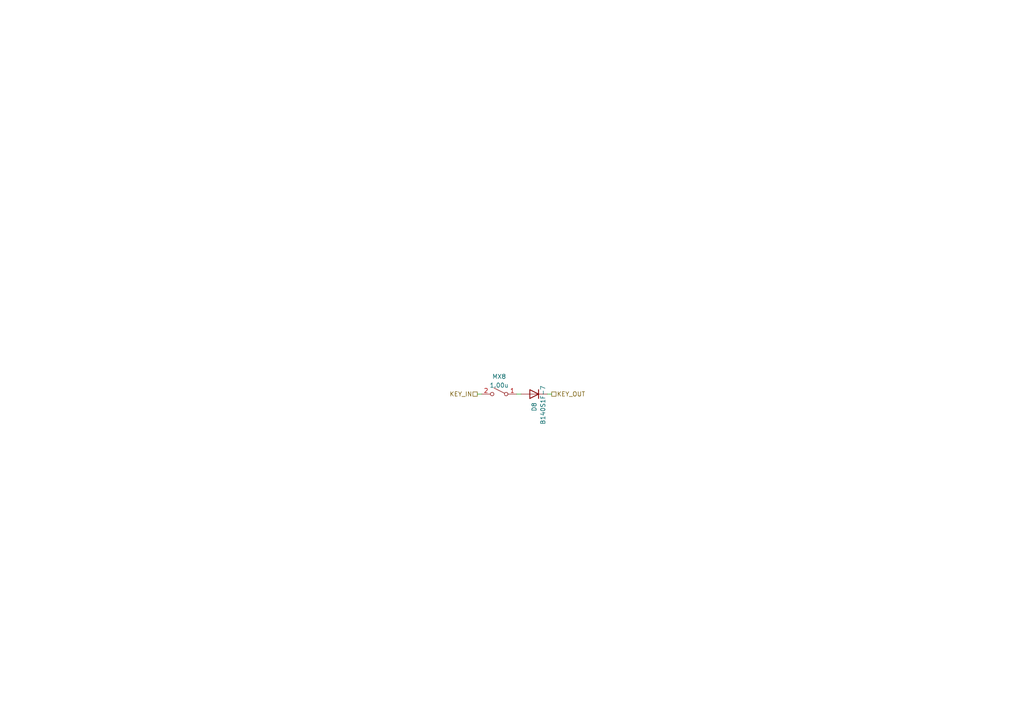
<source format=kicad_sch>
(kicad_sch (version 20250114) (generator "eeschema") (generator_version "9.0")
  (paper "A4")
  (lib_symbols
    (symbol "keyboard:diode" (pin_numbers (hide yes)) (pin_names (hide yes))
      (property "Reference" "D" (at 0 2.54 0))
      (property "Value" "1N4148" (at 0 -2.54 0))
      (symbol "diode_0_1"
        (polyline (pts (xy -1.27 1.27) (xy -1.27 -1.27)) (stroke (width 0.254)))
        (polyline (pts (xy 1.27 1.27) (xy 1.27 -1.27) (xy -1.27 0) (xy 1.27 1.27)) (stroke (width 0.254)))
        (polyline (pts (xy 1.27 0) (xy -1.27 0)))
      )
      (symbol "diode_1_1"
        (pin passive line (at -3.81 0 0) (length 2.54) (name "K") (number "1"))
        (pin passive line (at 3.81 0 180) (length 2.54) (name "A") (number "2"))
      )
    )
    (symbol "keyboard:switch" (pin_names (offset 0) (hide yes))
      (property "Reference" "MX103" (at 0 5.08 0))
      (property "Value" "1.00u" (at 0 2.54 0))
      (symbol "switch_0_0"
        (circle (center -2.032 0) (radius 0.508))
        (polyline (pts (xy -1.524 0.254) (xy 1.524 1.778)))
        (circle (center 2.032 0) (radius 0.508))
      )
      (symbol "switch_1_1"
        (pin passive line (at -5.08 0 0) (length 2.54) (name "A") (number "1"))
        (pin passive line (at 5.08 0 180) (length 2.54) (name "B") (number "2"))
      )
    )
  )
  (wire (pts (xy 158.75 114.3) (xy 160.02 114.3)))
  (wire (pts (xy 138.43 114.3) (xy 139.7 114.3)))
  (wire (pts (xy 151.13 114.3) (xy 149.86 114.3)))
  (hierarchical_label "KEY_OUT" (shape passive) (at 160.02 114.3 0))
  (hierarchical_label "KEY_IN" (shape passive) (at 138.43 114.3 180))
  (symbol (lib_id "keyboard:diode") (at 154.94 114.3 180) (unit 1)
    (property "Reference" "D8" (at 154.94 119.38 90) (effects (justify right)))
    (property "Value" "B140S1F-7" (at 157.48 123.19 90) (effects (justify right)))
    (property "Footprint" "keyboard:D_SOD-123F" (effects (hide yes)))
    (property "Datasheet" "https://datasheet.lcsc.com/lcsc/1811061725_ST-Semtech-1N4148W_C81598.pdf" (effects (hide yes)))
    (property "PN" "1N4148W" (effects (hide yes)))
    (property "LCSC Part Number" "C81598" (effects (hide yes)))
    (property "LCSC link" "https://www.lcsc.com/product-detail/Switching-Diode_ST-Semtech-1N4148W_C81598.html" (effects (hide yes)))
  )
  (symbol (lib_id "keyboard:switch") (at 144.78 114.3 0) (mirror y) (unit 1)
    (property "Reference" "MX8" (at 144.78 109.22 0))
    (property "Value" "1.00u" (at 144.78 111.76 0))
    (property "Footprint" "G915:Membrane-G915" (effects (hide yes)))
  )
)
</source>
